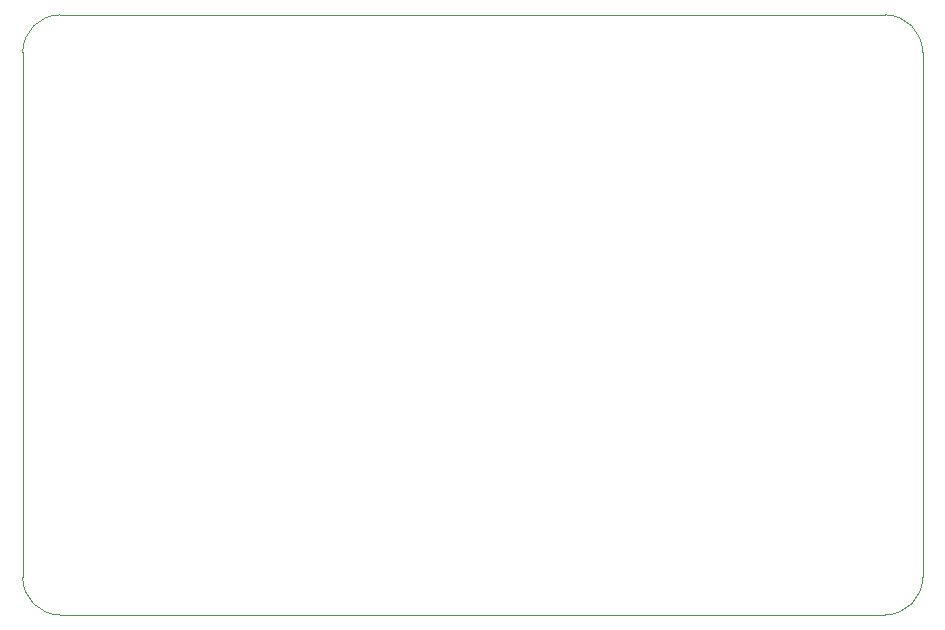
<source format=gbr>
%TF.GenerationSoftware,Altium Limited,Altium Designer,19.1.8 (144)*%
G04 Layer_Color=0*
%FSLAX23Y23*%
%MOIN*%
%TF.FileFunction,Profile,NP*%
%TF.Part,Single*%
G01*
G75*
%TA.AperFunction,Profile*%
%ADD82C,0.001*%
D82*
X125D02*
X2875D01*
D02*
G03*
X3000Y125I0J125D01*
G01*
Y1875D01*
D02*
G03*
X2875Y2000I-125J-0D01*
G01*
X125Y2000D01*
D02*
G03*
X0Y1875I-0J-125D01*
G01*
Y125D01*
D02*
G03*
X125Y0I125J0D01*
G01*
%TF.MD5,fdf9bac2ab99a7fbb8b0280a5ac01feb*%
M02*

</source>
